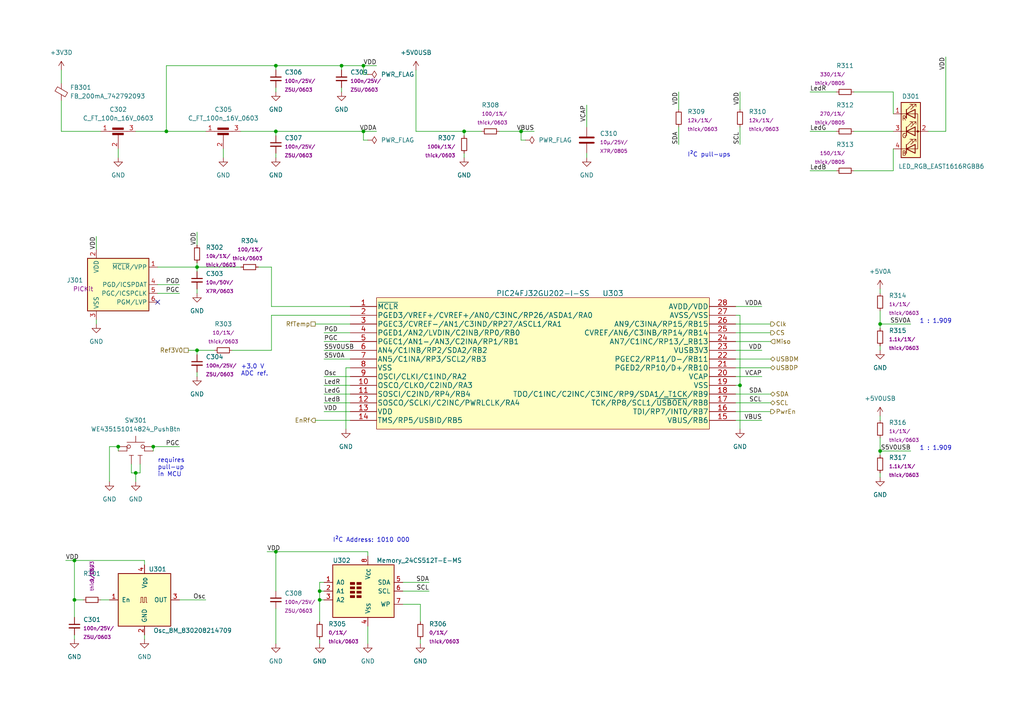
<source format=kicad_sch>
(kicad_sch (version 20211123) (generator eeschema)
  (paper "A4")
  (title_block (title "Powermeter") (date "2022-04-09") (rev "2") (company "apfau.de") (comment 1 "Microcontroller"))
  (lib_symbols
    (symbol ".commodities:C_100n_25V_Z5U_0603_small" (pin_numbers hide) (pin_names (offset 0.254) hide)
      (property "Reference" "C" (at 0.254 1.778 0))
      (property "Params" "100n/25V/" (at 0.635 -1.27 0))
      (property "Params2" "Z5U/0603" (at 0.635 -2.54 0))
      (symbol "C_100n_25V_Z5U_0603_small_0_1"
        (polyline (pts (xy -1.524 -0.508) (xy 1.524 -0.508)) (stroke (width 0.3302)))
        (polyline (pts (xy -1.524 0.508) (xy 1.524 0.508)) (stroke (width 0.3048)))
      )
      (symbol "C_100n_25V_Z5U_0603_small_1_1"
        (pin passive line (at 0 2.54 270) (length 2.032) (name "~") (number "1"))
        (pin passive line (at 0 -2.54 90) (length 2.032) (name "~") (number "2"))
      )
    )
    (symbol ".commodities:C_10n_50V_X7R_0603_small" (pin_numbers hide) (pin_names (offset 0.254) hide)
      (property "Reference" "C" (at 0.254 1.778 0))
      (property "Params" "10n/50V/" (at 0.635 -1.27 0))
      (property "Params2" "X7R/0603" (at 0.635 -2.54 0))
      (symbol "C_10n_50V_X7R_0603_small_0_1"
        (polyline (pts (xy -1.524 -0.508) (xy 1.524 -0.508)) (stroke (width 0.3302)))
        (polyline (pts (xy -1.524 0.508) (xy 1.524 0.508)) (stroke (width 0.3048)))
      )
      (symbol "C_10n_50V_X7R_0603_small_1_1"
        (pin passive line (at 0 2.54 270) (length 2.032) (name "~") (number "1"))
        (pin passive line (at 0 -2.54 90) (length 2.032) (name "~") (number "2"))
      )
    )
    (symbol ".commodities:C_10µ_25V_X7R_0805" (pin_numbers hide) (pin_names (offset 0.254))
      (property "Reference" "C" (at 0.635 2.54 0))
      (property "Params" "10µ/25V/" (at 0.635 -1.905 0))
      (property "Params2" "X7R/0805" (at 0.635 -3.175 0))
      (symbol "C_10µ_25V_X7R_0805_0_1"
        (polyline (pts (xy -2.032 -0.762) (xy 2.032 -0.762)) (stroke (width 0.508)))
        (polyline (pts (xy -2.032 0.762) (xy 2.032 0.762)) (stroke (width 0.508)))
      )
      (symbol "C_10µ_25V_X7R_0805_1_1"
        (pin passive line (at 0 3.81 270) (length 2.794) (name "~") (number "1"))
        (pin passive line (at 0 -3.81 90) (length 2.794) (name "~") (number "2"))
      )
    )
    (symbol ".commodities:R_0_1P_thick_0603_small" (pin_numbers hide) (pin_names (offset 0.254) hide)
      (property "Reference" "R" (at 0.762 0.508 0))
      (property "Params" "0/1%/" (at 1.27 -0.635 0))
      (property "Params2" "thick/0603" (at 1.27 -1.905 0))
      (symbol "R_0_1P_thick_0603_small_0_1"
        (rectangle (start -0.762 1.778) (end 0.762 -1.778) (stroke (width 0.2032)))
      )
      (symbol "R_0_1P_thick_0603_small_1_1"
        (pin passive line (at 0 2.54 270) (length 0.762) (name "~") (number "1"))
        (pin passive line (at 0 -2.54 90) (length 0.762) (name "~") (number "2"))
      )
    )
    (symbol ".commodities:R_100_1P_thick_0603_small" (pin_numbers hide) (pin_names (offset 0.254) hide)
      (property "Reference" "R" (at 0.762 0.508 0))
      (property "Params" "100/1%/" (at 1.27 -0.635 0))
      (property "Params2" "thick/0603" (at 1.27 -1.905 0))
      (symbol "R_100_1P_thick_0603_small_0_1"
        (rectangle (start -0.762 1.778) (end 0.762 -1.778) (stroke (width 0.2032)))
      )
      (symbol "R_100_1P_thick_0603_small_1_1"
        (pin passive line (at 0 2.54 270) (length 0.762) (name "~") (number "1"))
        (pin passive line (at 0 -2.54 90) (length 0.762) (name "~") (number "2"))
      )
    )
    (symbol ".commodities:R_100k_1P_thick_0603_small" (pin_numbers hide) (pin_names (offset 0.254) hide)
      (property "Reference" "R" (at 0.762 0.508 0))
      (property "Params" "100k/1%/" (at 1.27 -0.635 0))
      (property "Params2" "thick/0603" (at 1.27 -1.905 0))
      (symbol "R_100k_1P_thick_0603_small_0_1"
        (rectangle (start -0.762 1.778) (end 0.762 -1.778) (stroke (width 0.2032)))
      )
      (symbol "R_100k_1P_thick_0603_small_1_1"
        (pin passive line (at 0 2.54 270) (length 0.762) (name "~") (number "1"))
        (pin passive line (at 0 -2.54 90) (length 0.762) (name "~") (number "2"))
      )
    )
    (symbol ".commodities:R_10_1P_thick_0603_small" (pin_numbers hide) (pin_names (offset 0.254) hide)
      (property "Reference" "R" (at 0.762 0.508 0))
      (property "Params" "10/1%/" (at 1.27 -0.635 0))
      (property "Params2" "thick/0603" (at 1.27 -1.905 0))
      (symbol "R_10_1P_thick_0603_small_0_1"
        (rectangle (start -0.762 1.778) (end 0.762 -1.778) (stroke (width 0.2032)))
      )
      (symbol "R_10_1P_thick_0603_small_1_1"
        (pin passive line (at 0 2.54 270) (length 0.762) (name "~") (number "1"))
        (pin passive line (at 0 -2.54 90) (length 0.762) (name "~") (number "2"))
      )
    )
    (symbol ".commodities:R_10k_1P_thick_0603_small" (pin_numbers hide) (pin_names (offset 0.254) hide)
      (property "Reference" "R" (at 0.762 0.508 0))
      (property "Params" "10k/1%/" (at 1.27 -0.635 0))
      (property "Params2" "thick/0603" (at 1.27 -1.905 0))
      (symbol "R_10k_1P_thick_0603_small_0_1"
        (rectangle (start -0.762 1.778) (end 0.762 -1.778) (stroke (width 0.2032)))
      )
      (symbol "R_10k_1P_thick_0603_small_1_1"
        (pin passive line (at 0 2.54 270) (length 0.762) (name "~") (number "1"))
        (pin passive line (at 0 -2.54 90) (length 0.762) (name "~") (number "2"))
      )
    )
    (symbol ".commodities:R_12k_1P_thick_0603_small" (pin_numbers hide) (pin_names (offset 0.254) hide)
      (property "Reference" "R" (at 0.762 0.508 0))
      (property "Params" "12k/1%/" (at 1.27 -0.635 0))
      (property "Params2" "thick/0603" (at 1.27 -1.905 0))
      (symbol "R_12k_1P_thick_0603_small_0_1"
        (rectangle (start -0.762 1.778) (end 0.762 -1.778) (stroke (width 0.2032)))
      )
      (symbol "R_12k_1P_thick_0603_small_1_1"
        (pin passive line (at 0 2.54 270) (length 0.762) (name "~") (number "1"))
        (pin passive line (at 0 -2.54 90) (length 0.762) (name "~") (number "2"))
      )
    )
    (symbol ".commodities:R_150_1P_thick_0805_small" (pin_numbers hide) (pin_names (offset 0.254) hide)
      (property "Reference" "R" (at 0.762 0.508 0))
      (property "Params" "150/1%/" (at 1.27 -0.635 0))
      (property "Params2" "thick/0805" (at 1.27 -1.905 0))
      (symbol "R_150_1P_thick_0805_small_0_1"
        (rectangle (start -0.762 1.778) (end 0.762 -1.778) (stroke (width 0.2032)))
      )
      (symbol "R_150_1P_thick_0805_small_1_1"
        (pin passive line (at 0 2.54 270) (length 0.762) (name "~") (number "1"))
        (pin passive line (at 0 -2.54 90) (length 0.762) (name "~") (number "2"))
      )
    )
    (symbol ".commodities:R_1k1_1P_thick_0603_small" (pin_numbers hide) (pin_names (offset 0.254) hide)
      (property "Reference" "R" (at 0.762 0.508 0))
      (property "Params" "1.1k/1%/" (at 1.27 -0.635 0))
      (property "Params2" "thick/0603" (at 1.27 -1.905 0))
      (symbol "R_1k1_1P_thick_0603_small_0_1"
        (rectangle (start -0.762 1.778) (end 0.762 -1.778) (stroke (width 0.2032)))
      )
      (symbol "R_1k1_1P_thick_0603_small_1_1"
        (pin passive line (at 0 2.54 270) (length 0.762) (name "~") (number "1"))
        (pin passive line (at 0 -2.54 90) (length 0.762) (name "~") (number "2"))
      )
    )
    (symbol ".commodities:R_1k_1P_thick_0603_small" (pin_numbers hide) (pin_names (offset 0.254) hide)
      (property "Reference" "R" (at 0.762 0.508 0))
      (property "Params" "1k/1%/" (at 1.27 -0.635 0))
      (property "Params2" "thick/0603" (at 1.27 -1.905 0))
      (symbol "R_1k_1P_thick_0603_small_0_1"
        (rectangle (start -0.762 1.778) (end 0.762 -1.778) (stroke (width 0.2032)))
      )
      (symbol "R_1k_1P_thick_0603_small_1_1"
        (pin passive line (at 0 2.54 270) (length 0.762) (name "~") (number "1"))
        (pin passive line (at 0 -2.54 90) (length 0.762) (name "~") (number "2"))
      )
    )
    (symbol ".commodities:R_270_1P_thick_0805_small" (pin_numbers hide) (pin_names (offset 0.254) hide)
      (property "Reference" "R" (at 0.762 0.508 0))
      (property "Params" "270/1%/" (at 1.27 -0.635 0))
      (property "Params2" "thick/0805" (at 1.27 -1.905 0))
      (symbol "R_270_1P_thick_0805_small_0_1"
        (rectangle (start -0.762 1.778) (end 0.762 -1.778) (stroke (width 0.2032)))
      )
      (symbol "R_270_1P_thick_0805_small_1_1"
        (pin passive line (at 0 2.54 270) (length 0.762) (name "~") (number "1"))
        (pin passive line (at 0 -2.54 90) (length 0.762) (name "~") (number "2"))
      )
    )
    (symbol ".commodities:R_330_1P_thick_0805_small" (pin_numbers hide) (pin_names (offset 0.254) hide)
      (property "Reference" "R" (at 0.762 0.508 0))
      (property "Params" "330/1%/" (at 1.27 -0.635 0))
      (property "Params2" "thick/0805" (at 1.27 -1.905 0))
      (symbol "R_330_1P_thick_0805_small_0_1"
        (rectangle (start -0.762 1.778) (end 0.762 -1.778) (stroke (width 0.2032)))
      )
      (symbol "R_330_1P_thick_0805_small_1_1"
        (pin passive line (at 0 2.54 270) (length 0.762) (name "~") (number "1"))
        (pin passive line (at 0 -2.54 90) (length 0.762) (name "~") (number "2"))
      )
    )
    (symbol ".powermeter:+3V3D" (power) (pin_names (offset 0))
      (property "Value" "+3V3D" (at 0 3.556 0))
      (symbol "+3V3D_0_1"
        (polyline (pts (xy -0.762 1.27) (xy 0 2.54)))
        (polyline (pts (xy 0 0) (xy 0 2.54)))
        (polyline (pts (xy 0 2.54) (xy 0.762 1.27)))
      )
      (symbol "+3V3D_1_1"
        (pin power_in line (at 0 0 90) (length 0) hide (name "+3V3D") (number "1"))
      )
    )
    (symbol ".powermeter:+5V0A" (power) (pin_names (offset 0))
      (property "Value" "+5V0A" (at 0 3.556 0))
      (symbol "+5V0A_0_1"
        (polyline (pts (xy -0.762 1.27) (xy 0 2.54)))
        (polyline (pts (xy 0 0) (xy 0 2.54)))
        (polyline (pts (xy 0 2.54) (xy 0.762 1.27)))
      )
      (symbol "+5V0A_1_1"
        (pin power_in line (at 0 0 90) (length 0) hide (name "+5V0A") (number "1"))
      )
    )
    (symbol ".powermeter:+5V0USB" (power) (pin_names (offset 0))
      (property "Value" "+5V0USB" (at 0 3.556 0))
      (symbol "+5V0USB_0_1"
        (polyline (pts (xy -0.762 1.27) (xy 0 2.54)))
        (polyline (pts (xy 0 0) (xy 0 2.54)))
        (polyline (pts (xy 0 2.54) (xy 0.762 1.27)))
      )
      (symbol "+5V0USB_1_1"
        (pin power_in line (at 0 0 90) (length 0) hide (name "+5V0USB") (number "1"))
      )
    )
    (symbol ".powermeter:C_FT_100n_16V_0603" (pin_names (offset 0.254) hide)
      (property "Reference" "C" (at 0 7.62 0))
      (property "Value" "C_FT_100n_16V_0603" (at 0 5.715 0))
      (symbol "C_FT_100n_16V_0603_0_1"
        (rectangle (start -1.651 1.524) (end 1.524 2.032) (fill (type outline)))
        (polyline (pts (xy -2.54 2.54) (xy 2.54 2.54)))
        (polyline (pts (xy 0 0) (xy 0 1.778)))
        (rectangle (start 1.524 3.048) (end -1.651 3.556) (fill (type outline)))
      )
      (symbol "C_FT_100n_16V_0603_1_1"
        (pin passive line (at -5.08 2.54 0) (length 2.54) (name "1") (number "1"))
        (pin passive line (at 0 -2.54 90) (length 2.54) (name "2") (number "2"))
        (pin passive line (at 5.08 2.54 180) (length 2.54) (name "3") (number "3"))
      )
    )
    (symbol ".powermeter:Conn_PICkit_1.27mm"
      (property "Reference" "J" (at 6.35 8.89 0))
      (property "Params" "PICKit" (at 0 -8.89 0))
      (symbol "Conn_PICkit_1.27mm_0_1"
        (rectangle (start -7.62 7.62) (end 10.16 -7.62) (stroke (width 0.254)) (fill (type background)))
      )
      (symbol "Conn_PICkit_1.27mm_1_1"
        (pin passive line (at 12.7 5.08 180) (length 2.54) (name "~{MCLR}/VPP") (number "1"))
        (pin passive line (at -5.08 10.16 270) (length 2.54) (name "VDD") (number "2"))
        (pin power_in line (at -5.08 -10.16 90) (length 2.54) (name "VSS") (number "3"))
        (pin bidirectional line (at 12.7 0 180) (length 2.54) (name "PGD/ICSPDAT") (number "4"))
        (pin output line (at 12.7 -2.54 180) (length 2.54) (name "PGC/ICSPCLK") (number "5"))
        (pin output line (at 12.7 -5.08 180) (length 2.54) (name "PGM/LVP") (number "6"))
      )
    )
    (symbol ".powermeter:FB_200mA_742792093" (pin_numbers hide) (pin_names (offset 0))
      (property "Reference" "FB" (at 1.905 1.27 0))
      (property "Value" "FB_200mA_742792093" (at 1.905 -1.27 0))
      (symbol "FB_200mA_742792093_0_1"
        (polyline (pts (xy 0 -1.27) (xy 0 -0.7874)))
        (polyline (pts (xy 0 0.889) (xy 0 1.2954)))
        (polyline (pts (xy -1.8288 0.2794) (xy -1.1176 1.4986) (xy 1.8288 -0.2032) (xy 1.1176 -1.4224) (xy -1.8288 0.2794)))
      )
      (symbol "FB_200mA_742792093_1_1"
        (pin passive line (at 0 2.54 270) (length 1.27) (name "~") (number "1"))
        (pin passive line (at 0 -2.54 90) (length 1.27) (name "~") (number "2"))
      )
    )
    (symbol ".powermeter:LED_RGB_EAST1616RGBB6" (pin_names (offset 0) hide)
      (property "Reference" "D" (at 0 9.398 0))
      (property "Value" "LED_RGB_EAST1616RGBB6" (at 0 -8.89 0))
      (symbol "LED_RGB_EAST1616RGBB6_0_0"
        (text "B" (at -1.905 -6.35 0) (effects (font (size 1.27 1.27))))
        (text "G" (at -1.905 -1.27 0) (effects (font (size 1.27 1.27))))
        (text "R" (at -1.905 3.81 0) (effects (font (size 1.27 1.27))))
      )
      (symbol "LED_RGB_EAST1616RGBB6_0_1"
        (polyline (pts (xy -1.27 -5.08) (xy -2.54 -5.08)))
        (polyline (pts (xy -1.27 -5.08) (xy 1.27 -5.08)))
        (polyline (pts (xy -1.27 -3.81) (xy -1.27 -6.35)) (stroke (width 0.254)))
        (polyline (pts (xy -1.27 0) (xy -2.54 0)))
        (polyline (pts (xy -1.27 1.27) (xy -1.27 -1.27)) (stroke (width 0.254)))
        (polyline (pts (xy -1.27 5.08) (xy -2.54 5.08)))
        (polyline (pts (xy -1.27 5.08) (xy 1.27 5.08)))
        (polyline (pts (xy -1.27 6.35) (xy -1.27 3.81)) (stroke (width 0.254)))
        (polyline (pts (xy 1.27 0) (xy -1.27 0)))
        (polyline (pts (xy 1.27 0) (xy 2.54 0)))
        (polyline (pts (xy -1.27 1.27) (xy -1.27 -1.27) (xy -1.27 -1.27)))
        (polyline (pts (xy -1.27 6.35) (xy -1.27 3.81) (xy -1.27 3.81)))
        (polyline (pts (xy 1.27 -5.08) (xy 2.032 -5.08) (xy 2.032 5.08) (xy 1.27 5.08)))
        (polyline (pts (xy 1.27 -3.81) (xy 1.27 -6.35) (xy -1.27 -5.08) (xy 1.27 -3.81)) (stroke (width 0.254)))
        (polyline (pts (xy 1.27 1.27) (xy 1.27 -1.27) (xy -1.27 0) (xy 1.27 1.27)) (stroke (width 0.254)))
        (polyline (pts (xy 1.27 6.35) (xy 1.27 3.81) (xy -1.27 5.08) (xy 1.27 6.35)) (stroke (width 0.254)))
        (polyline (pts (xy -1.016 -3.81) (xy 0.508 -2.286) (xy -0.254 -2.286) (xy 0.508 -2.286) (xy 0.508 -3.048)))
        (polyline (pts (xy -1.016 1.27) (xy 0.508 2.794) (xy -0.254 2.794) (xy 0.508 2.794) (xy 0.508 2.032)))
        (polyline (pts (xy -1.016 6.35) (xy 0.508 7.874) (xy -0.254 7.874) (xy 0.508 7.874) (xy 0.508 7.112)))
        (polyline (pts (xy 0 -3.81) (xy 1.524 -2.286) (xy 0.762 -2.286) (xy 1.524 -2.286) (xy 1.524 -3.048)))
        (polyline (pts (xy 0 1.27) (xy 1.524 2.794) (xy 0.762 2.794) (xy 1.524 2.794) (xy 1.524 2.032)))
        (polyline (pts (xy 0 6.35) (xy 1.524 7.874) (xy 0.762 7.874) (xy 1.524 7.874) (xy 1.524 7.112)))
        (rectangle (start 1.27 -1.27) (end 1.27 1.27))
        (rectangle (start 1.27 1.27) (end 1.27 1.27))
        (rectangle (start 1.27 3.81) (end 1.27 6.35))
        (rectangle (start 1.27 6.35) (end 1.27 6.35))
        (circle (center 2.032 0) (radius 0.254) (fill (type outline)))
        (rectangle (start 2.794 8.382) (end -2.794 -7.62) (stroke (width 0.254)) (fill (type background)))
      )
      (symbol "LED_RGB_EAST1616RGBB6_1_1"
        (pin passive line (at -5.08 5.08 0) (length 2.54) (name "RK") (number "1"))
        (pin passive line (at 5.08 0 180) (length 2.54) (name "A") (number "2"))
        (pin passive line (at -5.08 0 0) (length 2.54) (name "GK") (number "3"))
        (pin passive line (at -5.08 -5.08 0) (length 2.54) (name "BK") (number "4"))
      )
    )
    (symbol ".powermeter:Memory_24CS512T-E-MS" (pin_names (offset 1.016))
      (property "Reference" "U" (at 2.54 8.89 0))
      (property "Value" "Memory_24CS512T-E-MS" (at -8.89 -10.16 0))
      (symbol "Memory_24CS512T-E-MS_0_1"
        (rectangle (start -10.16 7.62) (end 7.62 -7.62) (stroke (width 0.254)) (fill (type background)))
        (rectangle (start -5.08 -1.27) (end -3.81 -1.905) (fill (type outline)))
        (rectangle (start -5.08 0) (end -3.81 -0.635) (fill (type outline)))
        (rectangle (start -5.08 1.27) (end -3.81 0.635) (fill (type outline)))
        (rectangle (start -5.08 2.54) (end -3.81 1.905) (fill (type outline)))
        (rectangle (start -3.175 -1.27) (end -1.905 -1.905) (fill (type outline)))
        (rectangle (start -3.175 0) (end -1.905 -0.635) (fill (type outline)))
        (rectangle (start -3.175 1.27) (end -1.905 0.635) (fill (type outline)))
        (rectangle (start -3.175 2.54) (end -1.905 1.905) (fill (type outline)))
      )
      (symbol "Memory_24CS512T-E-MS_1_1"
        (pin input line (at -12.7 2.54 0) (length 2.54) (name "A0") (number "1"))
        (pin input line (at -12.7 0 0) (length 2.54) (name "A1") (number "2"))
        (pin input line (at -12.7 -2.54 0) (length 2.54) (name "A2") (number "3"))
        (pin power_in line (at 0 -10.16 90) (length 2.54) (name "V_{SS}") (number "4"))
        (pin open_collector line (at 10.16 2.54 180) (length 2.54) (name "SDA") (number "5"))
        (pin open_collector line (at 10.16 0 180) (length 2.54) (name "SCL") (number "6"))
        (pin input line (at 10.16 -3.81 180) (length 2.54) (name "WP") (number "7"))
        (pin power_in line (at 0 10.16 270) (length 2.54) (name "V_{CC}") (number "8"))
      )
    )
    (symbol ".powermeter:Osc_8M_830208214709" (pin_names (offset 1.016))
      (property "Reference" "U" (at 5.08 8.89 0))
      (property "Value" "Osc_8M_830208214709" (at 2.54 -8.89 0))
      (symbol "Osc_8M_830208214709_1_1"
        (rectangle (start -7.62 7.62) (end 7.62 -7.62) (stroke (width 0.254)) (fill (type background)))
        (polyline (pts (xy -1.27 -0.762) (xy -1.016 -0.762) (xy -1.016 0.762) (xy -0.508 0.762) (xy -0.508 -0.762) (xy 0 -0.762) (xy 0 0.762) (xy 0.508 0.762) (xy 0.508 -0.762) (xy 0.762 -0.762)))
        (pin input line (at -10.16 0 0) (length 2.54) (name "En") (number "1"))
        (pin power_in line (at 0 -10.16 90) (length 2.54) (name "GND") (number "2"))
        (pin output line (at 10.16 0 180) (length 2.54) (name "OUT") (number "3"))
        (pin power_in line (at 0 10.16 270) (length 2.54) (name "V_{DD}") (number "4"))
      )
    )
    (symbol ".powermeter:PIC24FJ32GU202-I-SS" (pin_names (offset 0.254))
      (property "Reference" "U303" (at 21.59 19.05 0))
      (property "Value" "PIC24FJ32GU202-I-SS" (at 1.27 19.05 0))
      (symbol "PIC24FJ32GU202-I-SS_0_1"
        (rectangle (start -46.99 17.78) (end 49.53 -20.32) (fill (type background)))
      )
      (symbol "PIC24FJ32GU202-I-SS_1_1"
        (pin input line (at -54.61 15.24 0) (length 7.62) (name "~{MCLR}") (number "1"))
        (pin bidirectional line (at -54.61 -7.62 0) (length 7.62) (name "OSCO/CLKO/C2IND/RA3") (number "10"))
        (pin bidirectional line (at -54.61 -10.16 0) (length 7.62) (name "SOSCI/C2IND/RP4/RB4") (number "11"))
        (pin bidirectional line (at -54.61 -12.7 0) (length 7.62) (name "SOSCO/SCLKI/C2INC/PWRLCLK/RA4") (number "12"))
        (pin power_in line (at -54.61 -15.24 0) (length 7.62) (name "VDD") (number "13"))
        (pin bidirectional line (at -54.61 -17.78 0) (length 7.62) (name "TMS/RP5/USBID/RB5") (number "14"))
        (pin passive line (at 57.15 -17.78 180) (length 7.62) (name "VBUS/RB6") (number "15"))
        (pin bidirectional line (at 57.15 -15.24 180) (length 7.62) (name "TDI/RP7/INT0/RB7") (number "16"))
        (pin bidirectional line (at 57.15 -12.7 180) (length 7.62) (name "TCK/RP8/SCL1/~{USBOEN}/RB8") (number "17"))
        (pin bidirectional line (at 57.15 -10.16 180) (length 7.62) (name "TDO/C1INC/C2INC/C3INC/RP9/SDA1/_T1CK/RB9") (number "18"))
        (pin power_in line (at 57.15 -7.62 180) (length 7.62) (name "VSS") (number "19"))
        (pin bidirectional line (at -54.61 12.7 0) (length 7.62) (name "PGED3/VREF+/CVREF+/AN0/C3INC/RP26/ASDA1/RA0") (number "2"))
        (pin passive line (at 57.15 -5.08 180) (length 7.62) (name "VCAP") (number "20"))
        (pin bidirectional line (at 57.15 -2.54 180) (length 7.62) (name "PGED2/RP10/D+/RB10") (number "21"))
        (pin bidirectional line (at 57.15 0 180) (length 7.62) (name "PGEC2/RP11/D-/RB11") (number "22"))
        (pin power_in line (at 57.15 2.54 180) (length 7.62) (name "VUSB3V3") (number "23"))
        (pin bidirectional line (at 57.15 5.08 180) (length 7.62) (name "AN7/C1INC/RP13/_RB13") (number "24"))
        (pin bidirectional line (at 57.15 7.62 180) (length 7.62) (name "CVREF/AN6/C3INB/RP14/RB14") (number "25"))
        (pin bidirectional line (at 57.15 10.16 180) (length 7.62) (name "AN9/C3INA/RP15/RB15") (number "26"))
        (pin power_in line (at 57.15 12.7 180) (length 7.62) (name "AVSS/VSS") (number "27"))
        (pin power_in line (at 57.15 15.24 180) (length 7.62) (name "AVDD/VDD") (number "28"))
        (pin bidirectional line (at -54.61 10.16 0) (length 7.62) (name "PGEC3/CVREF-/AN1/C3IND/RP27/ASCL1/RA1") (number "3"))
        (pin bidirectional line (at -54.61 7.62 0) (length 7.62) (name "PGED1/AN2/LVDIN/C2INB/RP0/RB0") (number "4"))
        (pin bidirectional line (at -54.61 5.08 0) (length 7.62) (name "PGEC1/AN1-/AN3/C2INA/RP1/RB1") (number "5"))
        (pin bidirectional line (at -54.61 2.54 0) (length 7.62) (name "AN4/C1INB/RP2/SDA2/RB2") (number "6"))
        (pin bidirectional line (at -54.61 0 0) (length 7.62) (name "AN5/C1INA/RP3/SCL2/RB3") (number "7"))
        (pin power_in line (at -54.61 -2.54 0) (length 7.62) (name "VSS") (number "8"))
        (pin bidirectional line (at -54.61 -5.08 0) (length 7.62) (name "OSCI/CLKI/C1IND/RA2") (number "9"))
      )
    )
    (symbol ".powermeter:WE435151014824_PushBtn" (pin_numbers hide) (pin_names (offset 1.016) hide)
      (property "Reference" "SW" (at 1.27 2.54 0))
      (property "Value" "WE435151014824_PushBtn" (at 0 -3.81 0))
      (symbol "WE435151014824_PushBtn_0_1"
        (circle (center -2.032 0) (radius 0.508))
        (polyline (pts (xy -2.54 -1.27) (xy -2.54 0)))
        (polyline (pts (xy -1.905 -2.54) (xy -0.635 -2.54)))
        (polyline (pts (xy 0 1.27) (xy 0 3.048)))
        (polyline (pts (xy 0.635 -2.54) (xy 1.905 -2.54)))
        (polyline (pts (xy 2.54 -1.27) (xy 2.54 0)))
        (polyline (pts (xy 2.54 1.27) (xy -2.54 1.27)))
        (circle (center 2.032 0) (radius 0.508))
        (pin passive line (at -5.08 -1.27 0) (length 2.54) (name "A") (number "1"))
        (pin passive line (at 5.08 -1.27 180) (length 2.54) (name "B") (number "2"))
        (pin passive line (at -5.08 0 0) (length 2.54) (name "A") (number "3"))
        (pin passive line (at 5.08 0 180) (length 2.54) (name "B") (number "4"))
        (pin passive line (at -1.27 -5.08 90) (length 2.54) (name "GND") (number "5"))
        (pin passive line (at 1.27 -5.08 90) (length 2.54) (name "GND") (number "6"))
      )
    )
    (symbol "power:GND" (power) (pin_names (offset 0))
      (property "Value" "GND" (at 0 -3.81 0))
      (symbol "GND_0_1"
        (polyline (pts (xy 0 0) (xy 0 -1.27) (xy 1.27 -1.27) (xy 0 -2.54) (xy -1.27 -1.27) (xy 0 -1.27)))
      )
      (symbol "GND_1_1"
        (pin power_in line (at 0 0 270) (length 0) hide (name "GND") (number "1"))
      )
    )
    (symbol "power:PWR_FLAG" (power) (pin_numbers hide) (pin_names (offset 0) hide)
      (property "Value" "PWR_FLAG" (at 0 3.81 0))
      (symbol "PWR_FLAG_0_0"
        (pin power_out line (at 0 0 90) (length 0) (name "pwr") (number "1"))
      )
      (symbol "PWR_FLAG_0_1"
        (polyline (pts (xy 0 0) (xy 0 1.27) (xy -1.016 1.905) (xy 0 2.54) (xy 1.016 1.905) (xy 0 1.27)))
      )
    )
  )
  (junction (at 57.15 77.47))
  (junction (at 80.01 19.05))
  (junction (at 34.29 129.54))
  (junction (at 21.59 173.99))
  (junction (at 44.45 129.54))
  (junction (at 57.15 101.6))
  (junction (at 105.41 19.05))
  (junction (at 151.13 38.1))
  (junction (at 255.27 93.98))
  (junction (at 99.06 19.05))
  (junction (at 214.63 111.76))
  (junction (at 105.41 38.1))
  (junction (at 134.62 38.1))
  (junction (at 92.71 173.99))
  (junction (at 255.27 130.81))
  (junction (at 80.01 38.1))
  (junction (at 39.37 137.16))
  (junction (at 80.01 160.02))
  (junction (at 21.59 162.56))
  (junction (at 92.71 171.45))
  (junction (at 48.26 38.1))
  (no_connect (at 45.72 87.63))
  (wire (pts (xy 17.78 38.1) (xy 29.21 38.1)))
  (wire (pts (xy 255.27 130.81) (xy 264.16 130.81)))
  (wire (pts (xy 59.69 173.99) (xy 52.07 173.99)))
  (wire (pts (xy 223.52 96.52) (xy 213.36 96.52)))
  (wire (pts (xy 17.78 20.32) (xy 17.78 24.13)))
  (wire (pts (xy 93.98 119.38) (xy 101.6 119.38)))
  (wire (pts (xy 269.24 38.1) (xy 274.32 38.1)))
  (wire (pts (xy 54.61 101.6) (xy 57.15 101.6)))
  (wire (pts (xy 255.27 100.33) (xy 255.27 101.6)))
  (wire (pts (xy 101.6 96.52) (xy 93.98 96.52)))
  (wire (pts (xy 106.68 181.61) (xy 106.68 186.69)))
  (wire (pts (xy 45.72 85.09) (xy 52.07 85.09)))
  (wire (pts (xy 39.37 38.1) (xy 48.26 38.1)))
  (wire (pts (xy 21.59 173.99) (xy 24.13 173.99)))
  (wire (pts (xy 213.36 101.6) (xy 220.98 101.6)))
  (wire (pts (xy 120.65 38.1) (xy 120.65 20.32)))
  (wire (pts (xy 259.08 49.53) (xy 259.08 43.18)))
  (wire (pts (xy 48.26 19.05) (xy 80.01 19.05)))
  (wire (pts (xy 80.01 19.05) (xy 80.01 20.32)))
  (wire (pts (xy 57.15 101.6) (xy 62.23 101.6)))
  (wire (pts (xy 21.59 184.15) (xy 21.59 185.42)))
  (wire (pts (xy 44.45 129.54) (xy 52.07 129.54)))
  (wire (pts (xy 92.71 168.91) (xy 93.98 168.91)))
  (wire (pts (xy 196.85 26.67) (xy 196.85 31.75)))
  (wire (pts (xy 134.62 38.1) (xy 134.62 39.37)))
  (wire (pts (xy 223.52 93.98) (xy 213.36 93.98)))
  (wire (pts (xy 64.77 43.18) (xy 64.77 45.72)))
  (wire (pts (xy 214.63 124.46) (xy 214.63 111.76)))
  (wire (pts (xy 105.41 38.1) (xy 109.22 38.1)))
  (wire (pts (xy 41.91 162.56) (xy 41.91 163.83)))
  (wire (pts (xy 57.15 67.31) (xy 57.15 71.12)))
  (wire (pts (xy 78.74 88.9) (xy 101.6 88.9)))
  (wire (pts (xy 19.05 162.56) (xy 21.59 162.56)))
  (wire (pts (xy 213.36 114.3) (xy 223.52 114.3)))
  (wire (pts (xy 78.74 101.6) (xy 78.74 91.44)))
  (wire (pts (xy 121.92 185.42) (xy 121.92 186.69)))
  (wire (pts (xy 21.59 162.56) (xy 41.91 162.56)))
  (wire (pts (xy 101.6 111.76) (xy 93.98 111.76)))
  (wire (pts (xy 80.01 19.05) (xy 99.06 19.05)))
  (wire (pts (xy 99.06 19.05) (xy 99.06 20.32)))
  (wire (pts (xy 144.78 38.1) (xy 151.13 38.1)))
  (wire (pts (xy 223.52 99.06) (xy 213.36 99.06)))
  (wire (pts (xy 214.63 111.76) (xy 213.36 111.76)))
  (wire (pts (xy 213.36 91.44) (xy 214.63 91.44)))
  (wire (pts (xy 57.15 83.82) (xy 57.15 85.09)))
  (wire (pts (xy 80.01 25.4) (xy 80.01 26.67)))
  (wire (pts (xy 124.46 171.45) (xy 116.84 171.45)))
  (wire (pts (xy 80.01 44.45) (xy 80.01 45.72)))
  (wire (pts (xy 27.94 92.71) (xy 27.94 93.98)))
  (wire (pts (xy 234.95 26.67) (xy 242.57 26.67)))
  (wire (pts (xy 213.36 104.14) (xy 223.52 104.14)))
  (wire (pts (xy 213.36 119.38) (xy 223.52 119.38)))
  (wire (pts (xy 80.01 38.1) (xy 80.01 39.37)))
  (wire (pts (xy 213.36 116.84) (xy 223.52 116.84)))
  (wire (pts (xy 67.31 101.6) (xy 78.74 101.6)))
  (wire (pts (xy 39.37 137.16) (xy 39.37 139.7)))
  (wire (pts (xy 99.06 19.05) (xy 105.41 19.05)))
  (wire (pts (xy 101.6 114.3) (xy 93.98 114.3)))
  (wire (pts (xy 220.98 121.92) (xy 213.36 121.92)))
  (wire (pts (xy 106.68 40.64) (xy 105.41 40.64)))
  (wire (pts (xy 21.59 173.99) (xy 21.59 179.07)))
  (wire (pts (xy 139.7 38.1) (xy 134.62 38.1)))
  (wire (pts (xy 121.92 175.26) (xy 121.92 180.34)))
  (wire (pts (xy 48.26 38.1) (xy 48.26 19.05)))
  (wire (pts (xy 21.59 162.56) (xy 21.59 173.99)))
  (wire (pts (xy 31.75 139.7) (xy 31.75 129.54)))
  (wire (pts (xy 17.78 29.21) (xy 17.78 38.1)))
  (wire (pts (xy 93.98 99.06) (xy 101.6 99.06)))
  (wire (pts (xy 152.4 40.64) (xy 151.13 40.64)))
  (wire (pts (xy 255.27 93.98) (xy 255.27 95.25)))
  (wire (pts (xy 106.68 21.59) (xy 105.41 21.59)))
  (wire (pts (xy 34.29 129.54) (xy 34.29 130.81)))
  (wire (pts (xy 255.27 137.16) (xy 255.27 138.43)))
  (wire (pts (xy 151.13 40.64) (xy 151.13 38.1)))
  (wire (pts (xy 105.41 19.05) (xy 109.22 19.05)))
  (wire (pts (xy 134.62 38.1) (xy 120.65 38.1)))
  (wire (pts (xy 29.21 173.99) (xy 31.75 173.99)))
  (wire (pts (xy 77.47 160.02) (xy 80.01 160.02)))
  (wire (pts (xy 69.85 38.1) (xy 80.01 38.1)))
  (wire (pts (xy 34.29 43.18) (xy 34.29 45.72)))
  (wire (pts (xy 259.08 26.67) (xy 259.08 33.02)))
  (wire (pts (xy 45.72 77.47) (xy 57.15 77.47)))
  (wire (pts (xy 170.18 44.45) (xy 170.18 45.72)))
  (wire (pts (xy 39.37 137.16) (xy 40.64 137.16)))
  (wire (pts (xy 99.06 25.4) (xy 99.06 26.67)))
  (wire (pts (xy 92.71 180.34) (xy 92.71 173.99)))
  (wire (pts (xy 93.98 104.14) (xy 101.6 104.14)))
  (wire (pts (xy 255.27 130.81) (xy 255.27 132.08)))
  (wire (pts (xy 106.68 160.02) (xy 106.68 161.29)))
  (wire (pts (xy 121.92 175.26) (xy 116.84 175.26)))
  (wire (pts (xy 57.15 77.47) (xy 69.85 77.47)))
  (wire (pts (xy 92.71 173.99) (xy 92.71 171.45)))
  (wire (pts (xy 220.98 109.22) (xy 213.36 109.22)))
  (wire (pts (xy 255.27 83.82) (xy 255.27 85.09)))
  (wire (pts (xy 91.44 121.92) (xy 101.6 121.92)))
  (wire (pts (xy 80.01 160.02) (xy 80.01 171.45)))
  (wire (pts (xy 134.62 44.45) (xy 134.62 45.72)))
  (wire (pts (xy 57.15 107.95) (xy 57.15 109.22)))
  (wire (pts (xy 38.1 134.62) (xy 38.1 137.16)))
  (wire (pts (xy 274.32 16.51) (xy 274.32 38.1)))
  (wire (pts (xy 214.63 26.67) (xy 214.63 31.75)))
  (wire (pts (xy 27.94 68.58) (xy 27.94 72.39)))
  (wire (pts (xy 92.71 185.42) (xy 92.71 186.69)))
  (wire (pts (xy 78.74 91.44) (xy 101.6 91.44)))
  (wire (pts (xy 80.01 176.53) (xy 80.01 186.69)))
  (wire (pts (xy 170.18 30.48) (xy 170.18 36.83)))
  (wire (pts (xy 78.74 77.47) (xy 74.93 77.47)))
  (wire (pts (xy 214.63 36.83) (xy 214.63 41.91)))
  (wire (pts (xy 92.71 171.45) (xy 92.71 168.91)))
  (wire (pts (xy 92.71 171.45) (xy 93.98 171.45)))
  (wire (pts (xy 40.64 137.16) (xy 40.64 134.62)))
  (wire (pts (xy 234.95 38.1) (xy 242.57 38.1)))
  (wire (pts (xy 213.36 106.68) (xy 223.52 106.68)))
  (wire (pts (xy 100.33 124.46) (xy 100.33 106.68)))
  (wire (pts (xy 220.98 88.9) (xy 213.36 88.9)))
  (wire (pts (xy 247.65 38.1) (xy 259.08 38.1)))
  (wire (pts (xy 78.74 77.47) (xy 78.74 88.9)))
  (wire (pts (xy 105.41 19.05) (xy 105.41 21.59)))
  (wire (pts (xy 247.65 49.53) (xy 259.08 49.53)))
  (wire (pts (xy 48.26 38.1) (xy 59.69 38.1)))
  (wire (pts (xy 57.15 77.47) (xy 57.15 78.74)))
  (wire (pts (xy 80.01 38.1) (xy 105.41 38.1)))
  (wire (pts (xy 80.01 160.02) (xy 106.68 160.02)))
  (wire (pts (xy 255.27 90.17) (xy 255.27 93.98)))
  (wire (pts (xy 255.27 120.65) (xy 255.27 121.92)))
  (wire (pts (xy 105.41 40.64) (xy 105.41 38.1)))
  (wire (pts (xy 57.15 76.2) (xy 57.15 77.47)))
  (wire (pts (xy 31.75 129.54) (xy 34.29 129.54)))
  (wire (pts (xy 101.6 116.84) (xy 93.98 116.84)))
  (wire (pts (xy 154.94 38.1) (xy 151.13 38.1)))
  (wire (pts (xy 93.98 101.6) (xy 101.6 101.6)))
  (wire (pts (xy 92.71 173.99) (xy 93.98 173.99)))
  (wire (pts (xy 255.27 127) (xy 255.27 130.81)))
  (wire (pts (xy 44.45 129.54) (xy 44.45 130.81)))
  (wire (pts (xy 234.95 49.53) (xy 242.57 49.53)))
  (wire (pts (xy 255.27 93.98) (xy 264.16 93.98)))
  (wire (pts (xy 100.33 106.68) (xy 101.6 106.68)))
  (wire (pts (xy 38.1 137.16) (xy 39.37 137.16)))
  (wire (pts (xy 93.98 109.22) (xy 101.6 109.22)))
  (wire (pts (xy 57.15 101.6) (xy 57.15 102.87)))
  (wire (pts (xy 45.72 82.55) (xy 52.07 82.55)))
  (wire (pts (xy 196.85 36.83) (xy 196.85 41.91)))
  (wire (pts (xy 247.65 26.67) (xy 259.08 26.67)))
  (wire (pts (xy 91.44 93.98) (xy 101.6 93.98)))
  (wire (pts (xy 124.46 168.91) (xy 116.84 168.91)))
  (wire (pts (xy 41.91 184.15) (xy 41.91 185.42)))
  (wire (pts (xy 214.63 91.44) (xy 214.63 111.76)))
  (text "1 : 1.909" (at 266.7 93.98 0) (effects (font (size 1.27 1.27)) (justify left bottom)))
  (text "+3.0 V\nADC ref." (at 69.85 109.22 0) (effects (font (size 1.27 1.27)) (justify left bottom)))
  (text "1 : 1.909" (at 266.7 130.81 0) (effects (font (size 1.27 1.27)) (justify left bottom)))
  (text "requires\npull-up\nin MCU" (at 45.72 138.43 0) (effects (font (size 1.27 1.27)) (justify left bottom)))
  (text "I²C Address: 1010 000" (at 96.52 157.48 0) (effects (font (size 1.27 1.27)) (justify left bottom)))
  (text "I²C pull-ups" (at 199.39 45.72 0) (effects (font (size 1.27 1.27)) (justify left bottom)))
  (label "VDDA" (at 109.22 38.1 180))
  (label "VDD" (at 19.05 162.56 0))
  (label "VDD" (at 109.22 19.05 180))
  (label "S5V0USB" (at 264.16 130.81 180))
  (label "VDD" (at 214.63 26.67 270))
  (label "VDD" (at 220.98 101.6 180))
  (label "S5V0A" (at 264.16 93.98 180))
  (label "PGD" (at 52.07 82.55 180))
  (label "Osc" (at 93.98 109.22 0))
  (label "VBUS" (at 220.98 121.92 180))
  (label "S5V0USB" (at 93.98 101.6 0))
  (label "PGD" (at 93.98 96.52 0))
  (label "VDD" (at 57.15 67.31 270))
  (label "VBUS" (at 154.94 38.1 180))
  (label "VDD" (at 27.94 68.58 270))
  (label "PGC" (at 52.07 129.54 180))
  (label "SCL" (at 124.46 171.45 180))
  (label "VDDA" (at 220.98 88.9 180))
  (label "PGC" (at 52.07 85.09 180))
  (label "LedB" (at 234.95 49.53 0))
  (label "LedG" (at 93.98 114.3 0))
  (label "LedB" (at 93.98 116.84 0))
  (label "VCAP" (at 220.98 109.22 180))
  (label "SCL" (at 214.63 41.91 90))
  (label "VDD" (at 77.47 160.02 0))
  (label "SDA" (at 220.98 114.3 180))
  (label "PGC" (at 93.98 99.06 0))
  (label "LedG" (at 234.95 38.1 0))
  (label "SDA" (at 196.85 41.91 90))
  (label "Osc" (at 59.69 173.99 180))
  (label "S5V0A" (at 93.98 104.14 0))
  (label "VDD" (at 274.32 16.51 270))
  (label "VDD" (at 196.85 26.67 270))
  (label "SDA" (at 124.46 168.91 180))
  (label "SCL" (at 220.98 116.84 180))
  (label "VDD" (at 93.98 119.38 0))
  (label "VCAP" (at 170.18 30.48 270))
  (label "LedR" (at 234.95 26.67 0))
  (label "LedR" (at 93.98 111.76 0))
  (hierarchical_label "SDA" (shape bidirectional) (at 223.52 114.3 0))
  (hierarchical_label "EnRf" (shape output) (at 91.44 121.92 180))
  (hierarchical_label "Miso" (shape input) (at 223.52 99.06 0))
  (hierarchical_label "USBDP" (shape bidirectional) (at 223.52 106.68 0))
  (hierarchical_label "RfTemp" (shape passive) (at 91.44 93.98 180))
  (hierarchical_label "CS" (shape output) (at 223.52 96.52 0))
  (hierarchical_label "PwrEn" (shape output) (at 223.52 119.38 0))
  (hierarchical_label "Ref3V0" (shape passive) (at 54.61 101.6 180))
  (hierarchical_label "USBDM" (shape bidirectional) (at 223.52 104.14 0))
  (hierarchical_label "Clk" (shape output) (at 223.52 93.98 0))
  (hierarchical_label "SCL" (shape bidirectional) (at 223.52 116.84 0))
  (symbol (lib_id "power:GND") (at 106.68 186.69 0) (unit 1)
    (property "Reference" "#PWR0317" (effects hide))
    (property "Value" "GND" (at 106.68 191.77 0))
  )
  (symbol (lib_id ".powermeter:Memory_24CS512T-E-MS") (at 106.68 171.45 0) (unit 1)
    (property "Reference" "U302" (at 96.52 162.56 0) (effects (justify left)))
    (property "Value" "Memory_24CS512T-E-MS" (at 109.22 162.56 0) (effects (justify left)))
    (property "Footprint" "Package_SO:SSOP-8_2.95x2.8mm_P0.65mm" (effects hide))
    (property "Datasheet" "https://www.microchip.com/en-us/product/24CS512" (effects hide))
  )
  (symbol (lib_id ".commodities:R_150_1P_thick_0805_small") (at 245.11 49.53 90) (unit 1)
    (property "Reference" "R313" (at 245.11 41.91 90))
    (property "Value" "R_150_1P_thick_0805_small" (effects hide))
    (property "Footprint" "Resistor_SMD:R_0805_2012Metric" (effects hide))
    (property "Params" "150/1%/" (at 245.11 44.45 90) (effects (font (size 1.016 1.016)) (justify left)))
    (property "Params2" "thick/0805" (at 245.11 46.99 90) (effects (font (size 1.016 1.016)) (justify left)))
  )
  (symbol (lib_id ".commodities:R_100_1P_thick_0603_small") (at 72.39 77.47 90) (unit 1)
    (property "Reference" "R304" (at 72.39 69.85 90))
    (property "Value" "R_100_1P_thick_0603_small" (effects hide))
    (property "Footprint" "Resistor_SMD:R_0603_1608Metric" (effects hide))
    (property "Params" "100/1%/" (at 76.2 72.39 90) (effects (font (size 1.016 1.016)) (justify left)))
    (property "Params2" "thick/0603" (at 76.2 74.93 90) (effects (font (size 1.016 1.016)) (justify left)))
  )
  (symbol (lib_id ".powermeter:LED_RGB_EAST1616RGBB6") (at 264.16 38.1 0) (unit 1)
    (property "Reference" "D301" (at 264.16 27.94 0))
    (property "Value" "LED_RGB_EAST1616RGBB6" (at 273.05 48.26 0))
    (property "Footprint" ".powermeter:EAST1616RGBB6" (effects hide))
    (property "Datasheet" "https://everlightamericas.com/index.php?controller=attachment&id_attachment=3305" (effects hide))
  )
  (symbol (lib_id ".powermeter:FB_200mA_742792093") (at 17.78 26.67 0) (unit 1)
    (property "Reference" "FB301" (at 20.32 25.3618 0) (effects (justify left)))
    (property "Value" "FB_200mA_742792093" (at 20.32 27.9018 0) (effects (justify left)))
    (property "Footprint" "Capacitor_SMD:C_0805_2012Metric" (effects hide))
    (property "Datasheet" "https://www.we-online.com/katalog/datasheet/742792093.pdf" (effects hide))
  )
  (symbol (lib_id "power:GND") (at 99.06 26.67 0) (unit 1)
    (property "Reference" "#PWR0315" (effects hide))
    (property "Value" "GND" (at 99.06 31.75 0))
  )
  (symbol (lib_id ".commodities:R_330_1P_thick_0805_small") (at 245.11 26.67 90) (unit 1)
    (property "Reference" "R311" (at 245.11 19.05 90))
    (property "Value" "R_330_1P_thick_0805_small" (effects hide))
    (property "Footprint" "Resistor_SMD:R_0805_2012Metric" (effects hide))
    (property "Params" "330/1%/" (at 245.11 21.59 90) (effects (font (size 1.016 1.016)) (justify left)))
    (property "Params2" "thick/0805" (at 245.11 24.13 90) (effects (font (size 1.016 1.016)) (justify left)))
  )
  (symbol (lib_id ".commodities:C_10µ_25V_X7R_0805") (at 170.18 40.64 0) (unit 1)
    (property "Reference" "C310" (at 173.99 38.7349 0) (effects (justify left)))
    (property "Value" "C_10µ_25V_X7R_0805" (effects hide))
    (property "Footprint" "Capacitor_SMD:C_0805_2012Metric" (effects hide))
    (property "Params" "10µ/25V/" (at 173.99 41.275 0) (effects (font (size 1.016 1.016)) (justify left)))
    (property "Params2" "X7R/0805" (at 173.99 43.815 0) (effects (font (size 1.016 1.016)) (justify left)))
  )
  (symbol (lib_id ".powermeter:C_FT_100n_16V_0603") (at 64.77 40.64 0) (unit 1)
    (property "Reference" "C305" (at 64.77 31.75 0))
    (property "Value" "C_FT_100n_16V_0603" (at 64.77 34.29 0))
    (property "Footprint" ".powermeter:C_Feedthru_0603" (effects hide))
    (property "Datasheet" "https://search.murata.co.jp/Ceramy/image/img/A01X/G101/ENG/NFM18PC104R1C3-01.pdf" (effects hide))
  )
  (symbol (lib_id ".commodities:R_0_1P_thick_0603_small") (at 26.67 173.99 90) (unit 1)
    (property "Reference" "R301" (at 26.67 166.37 90))
    (property "Value" "R_0_1P_thick_0603_small" (effects hide))
    (property "Footprint" "Resistor_SMD:R_0603_1608Metric" (effects hide))
    (property "Params" "0/1%/" (at 26.67 168.91 0) (effects (font (size 1.016 1.016)) (justify left)))
    (property "Params2" "thick/0603" (at 26.67 171.45 0) (effects (font (size 1.016 1.016)) (justify left)))
  )
  (symbol (lib_id ".powermeter:PIC24FJ32GU202-I-SS") (at 156.21 104.14 0) (unit 1)
    (property "Reference" "U303" (at 177.8 85.09 0) (effects (font (size 1.524 1.524))))
    (property "Value" "PIC24FJ32GU202-I-SS" (at 157.48 85.09 0) (effects (font (size 1.524 1.524))))
    (property "Footprint" ".powermeter:PIC24FJ32GU202-I-SS" (effects hide))
    (property "Datasheet" "https://www.microchip.com/en-us/product/PIC24FJ32GU202" (effects hide))
  )
  (symbol (lib_id "power:GND") (at 21.59 185.42 0) (unit 1)
    (property "Reference" "#PWR0302" (effects hide))
    (property "Value" "GND" (at 21.59 190.5 0))
  )
  (symbol (lib_id ".commodities:R_0_1P_thick_0603_small") (at 121.92 182.88 0) (unit 1)
    (property "Reference" "R306" (at 124.46 180.9749 0) (effects (justify left)))
    (property "Value" "R_0_1P_thick_0603_small" (effects hide))
    (property "Footprint" "Resistor_SMD:R_0603_1608Metric" (effects hide))
    (property "Params" "0/1%/" (at 124.46 183.515 0) (effects (font (size 1.016 1.016)) (justify left)))
    (property "Params2" "thick/0603" (at 124.46 186.055 0) (effects (font (size 1.016 1.016)) (justify left)))
  )
  (symbol (lib_id "power:GND") (at 57.15 85.09 0) (unit 1)
    (property "Reference" "#PWR0308" (effects hide))
    (property "Value" "GND" (at 57.15 90.17 0))
  )
  (symbol (lib_id ".powermeter:+5V0A") (at 255.27 83.82 0) (unit 1)
    (property "Reference" "#PWR0323" (effects hide))
    (property "Value" "+5V0A" (at 255.27 78.74 0))
  )
  (symbol (lib_id ".commodities:R_1k1_1P_thick_0603_small") (at 255.27 97.79 0) (unit 1)
    (property "Reference" "R315" (at 257.81 95.8849 0) (effects (justify left)))
    (property "Value" "R_1k1_1P_thick_0603_small" (effects hide))
    (property "Footprint" "Resistor_SMD:R_0603_1608Metric" (effects hide))
    (property "Params" "1.1k/1%/" (at 257.81 98.425 0) (effects (font (size 1.016 1.016)) (justify left)))
    (property "Params2" "thick/0603" (at 257.81 100.965 0) (effects (font (size 1.016 1.016)) (justify left)))
  )
  (symbol (lib_id "power:GND") (at 27.94 93.98 0) (unit 1)
    (property "Reference" "#PWR0303" (effects hide))
    (property "Value" "GND" (at 27.94 99.06 0))
  )
  (symbol (lib_id ".powermeter:+3V3D") (at 17.78 20.32 0) (unit 1)
    (property "Reference" "#PWR0301" (effects hide))
    (property "Value" "+3V3D" (at 17.78 15.24 0))
  )
  (symbol (lib_id "power:GND") (at 255.27 101.6 0) (unit 1)
    (property "Reference" "#PWR0324" (effects hide))
    (property "Value" "GND" (at 255.27 106.68 0))
  )
  (symbol (lib_id ".commodities:R_1k_1P_thick_0603_small") (at 255.27 87.63 0) (unit 1)
    (property "Reference" "R314" (at 257.81 85.7249 0) (effects (justify left)))
    (property "Value" "R_1k_1P_thick_0603_small" (effects hide))
    (property "Footprint" "Resistor_SMD:R_0603_1608Metric" (effects hide))
    (property "Params" "1k/1%/" (at 257.81 88.265 0) (effects (font (size 1.016 1.016)) (justify left)))
    (property "Params2" "thick/0603" (at 257.81 90.805 0) (effects (font (size 1.016 1.016)) (justify left)))
  )
  (symbol (lib_id "power:GND") (at 41.91 185.42 0) (unit 1)
    (property "Reference" "#PWR0307" (effects hide))
    (property "Value" "GND" (at 41.91 190.5 0))
  )
  (symbol (lib_id ".commodities:R_100_1P_thick_0603_small") (at 142.24 38.1 270) (mirror x) (unit 1)
    (property "Reference" "R308" (at 142.24 30.48 90))
    (property "Value" "R_100_1P_thick_0603_small" (effects hide))
    (property "Footprint" "Resistor_SMD:R_0603_1608Metric" (effects hide))
    (property "Params" "100/1%/" (at 139.7 33.02 90) (effects (font (size 1.016 1.016)) (justify left)))
    (property "Params2" "thick/0603" (at 138.43 35.56 90) (effects (font (size 1.016 1.016)) (justify left)))
  )
  (symbol (lib_id ".commodities:C_10n_50V_X7R_0603_small") (at 57.15 81.28 0) (unit 1)
    (property "Reference" "C303" (at 59.69 79.3812 0) (effects (justify left)))
    (property "Value" "C_10n_50V_X7R_0603_small" (effects hide))
    (property "Footprint" "Capacitor_SMD:C_0603_1608Metric" (effects hide))
    (property "Params" "10n/50V/" (at 59.69 81.9213 0) (effects (font (size 1.016 1.016)) (justify left)))
    (property "Params2" "X7R/0603" (at 59.69 84.4613 0) (effects (font (size 1.016 1.016)) (justify left)))
  )
  (symbol (lib_id "power:GND") (at 100.33 124.46 0) (unit 1)
    (property "Reference" "#PWR0316" (effects hide))
    (property "Value" "GND" (at 100.33 129.54 0))
  )
  (symbol (lib_id "power:GND") (at 31.75 139.7 0) (unit 1)
    (property "Reference" "#PWR0304" (effects hide))
    (property "Value" "GND" (at 31.75 144.78 0))
  )
  (symbol (lib_id "power:GND") (at 57.15 109.22 0) (unit 1)
    (property "Reference" "#PWR0309" (effects hide))
    (property "Value" "GND" (at 57.15 114.3 0))
  )
  (symbol (lib_id "power:PWR_FLAG") (at 106.68 21.59 270) (unit 1)
    (property "Reference" "#FLG0301" (effects hide))
    (property "Value" "PWR_FLAG" (at 110.49 21.5899 90) (effects (justify left)))
  )
  (symbol (lib_id ".commodities:R_10_1P_thick_0603_small") (at 64.77 101.6 90) (unit 1)
    (property "Reference" "R303" (at 64.77 93.98 90))
    (property "Value" "R_10_1P_thick_0603_small" (effects hide))
    (property "Footprint" "Resistor_SMD:R_0603_1608Metric" (effects hide))
    (property "Params" "10/1%/" (at 64.77 96.52 90) (effects (font (size 1.016 1.016))))
    (property "Params2" "thick/0603" (at 64.77 99.06 90) (effects (font (size 1.016 1.016))))
  )
  (symbol (lib_id ".powermeter:+5V0USB") (at 255.27 120.65 0) (unit 1)
    (property "Reference" "#PWR0325" (effects hide))
    (property "Value" "+5V0USB" (at 255.27 115.57 0))
  )
  (symbol (lib_id ".powermeter:Conn_PICkit_1.27mm") (at 33.02 82.55 0) (unit 1)
    (property "Reference" "J301" (at 24.13 81.2799 0) (effects (justify right)))
    (property "Value" "Conn_PICkit_1.27mm" (effects hide))
    (property "Footprint" ".powermeter:Conn_PICkit_1.27mm" (effects hide))
    (property "Datasheet" "http://ww1.microchip.com/downloads/en/devicedoc/30277d.pdf" (effects hide))
    (property "Params" "PICKit" (at 24.13 83.8199 0))
  )
  (symbol (lib_id ".commodities:R_1k_1P_thick_0603_small") (at 255.27 124.46 0) (unit 1)
    (property "Reference" "R316" (at 257.81 122.5549 0) (effects (justify left)))
    (property "Value" "R_1k_1P_thick_0603_small" (effects hide))
    (property "Footprint" "Resistor_SMD:R_0603_1608Metric" (effects hide))
    (property "Params" "1k/1%/" (at 257.81 125.095 0) (effects (font (size 1.016 1.016)) (justify left)))
    (property "Params2" "thick/0603" (at 257.81 127.635 0) (effects (font (size 1.016 1.016)) (justify left)))
  )
  (symbol (lib_id ".commodities:R_10k_1P_thick_0603_small") (at 57.15 73.66 0) (unit 1)
    (property "Reference" "R302" (at 59.69 71.7549 0) (effects (justify left)))
    (property "Value" "R_10k_1P_thick_0603_small" (effects hide))
    (property "Footprint" "Resistor_SMD:R_0603_1608Metric" (effects hide))
    (property "Params" "10k/1%/" (at 59.69 74.295 0) (effects (font (size 1.016 1.016)) (justify left)))
    (property "Params2" "thick/0603" (at 59.69 76.835 0) (effects (font (size 1.016 1.016)) (justify left)))
  )
  (symbol (lib_id "power:GND") (at 121.92 186.69 0) (unit 1)
    (property "Reference" "#PWR0319" (effects hide))
    (property "Value" "GND" (at 121.92 191.77 0))
  )
  (symbol (lib_id "power:GND") (at 92.71 186.69 0) (unit 1)
    (property "Reference" "#PWR0314" (effects hide))
    (property "Value" "GND" (at 92.71 191.77 0))
  )
  (symbol (lib_id ".commodities:C_100n_25V_Z5U_0603_small") (at 57.15 105.41 0) (unit 1)
    (property "Reference" "C304" (at 59.69 103.5112 0) (effects (justify left)))
    (property "Value" "C_100n_25V_Z5U_0603_small" (effects hide))
    (property "Footprint" "Capacitor_SMD:C_0603_1608Metric" (effects hide))
    (property "Params" "100n/25V/" (at 59.69 106.0513 0) (effects (font (size 1.016 1.016)) (justify left)))
    (property "Params2" "Z5U/0603" (at 59.69 108.5913 0) (effects (font (size 1.016 1.016)) (justify left)))
  )
  (symbol (lib_id "power:GND") (at 34.29 45.72 0) (unit 1)
    (property "Reference" "#PWR0305" (effects hide))
    (property "Value" "GND" (at 34.29 50.8 0))
  )
  (symbol (lib_id ".commodities:R_0_1P_thick_0603_small") (at 92.71 182.88 0) (unit 1)
    (property "Reference" "R305" (at 95.25 180.9749 0) (effects (justify left)))
    (property "Value" "R_0_1P_thick_0603_small" (effects hide))
    (property "Footprint" "Resistor_SMD:R_0603_1608Metric" (effects hide))
    (property "Params" "0/1%/" (at 95.25 183.515 0) (effects (font (size 1.016 1.016)) (justify left)))
    (property "Params2" "thick/0603" (at 95.25 186.055 0) (effects (font (size 1.016 1.016)) (justify left)))
  )
  (symbol (lib_id ".powermeter:WE435151014824_PushBtn") (at 39.37 129.54 0) (unit 1)
    (property "Reference" "SW301" (at 39.37 121.92 0))
    (property "Value" "WE435151014824_PushBtn" (at 39.37 124.46 0))
    (property "Footprint" ".powermeter:WE435151014824" (effects hide))
    (property "Datasheet" "https://www.we-online.com/catalog/datasheet/435151014824.pdf" (effects hide))
  )
  (symbol (lib_id "power:GND") (at 255.27 138.43 0) (unit 1)
    (property "Reference" "#PWR0326" (effects hide))
    (property "Value" "GND" (at 255.27 143.51 0))
  )
  (symbol (lib_id ".commodities:C_100n_25V_Z5U_0603_small") (at 99.06 22.86 0) (unit 1)
    (property "Reference" "C309" (at 101.6 20.9612 0) (effects (justify left)))
    (property "Value" "C_100n_25V_Z5U_0603_small" (effects hide))
    (property "Footprint" "Capacitor_SMD:C_0603_1608Metric" (effects hide))
    (property "Params" "100n/25V/" (at 101.6 23.5013 0) (effects (font (size 1.016 1.016)) (justify left)))
    (property "Params2" "Z5U/0603" (at 101.6 26.0413 0) (effects (font (size 1.016 1.016)) (justify left)))
  )
  (symbol (lib_id ".commodities:C_100n_25V_Z5U_0603_small") (at 80.01 173.99 0) (unit 1)
    (property "Reference" "C308" (at 82.55 172.0912 0) (effects (justify left)))
    (property "Value" "C_100n_25V_Z5U_0603_small" (effects hide))
    (property "Footprint" "Capacitor_SMD:C_0603_1608Metric" (effects hide))
    (property "Params" "100n/25V/" (at 82.55 174.6313 0) (effects (font (size 1.016 1.016)) (justify left)))
    (property "Params2" "Z5U/0603" (at 82.55 177.1713 0) (effects (font (size 1.016 1.016)) (justify left)))
  )
  (symbol (lib_id "power:GND") (at 134.62 45.72 0) (unit 1)
    (property "Reference" "#PWR0320" (effects hide))
    (property "Value" "GND" (at 134.62 50.8 0))
  )
  (symbol (lib_id ".commodities:R_270_1P_thick_0805_small") (at 245.11 38.1 90) (unit 1)
    (property "Reference" "R312" (at 245.11 30.48 90))
    (property "Value" "R_270_1P_thick_0805_small" (effects hide))
    (property "Footprint" "Resistor_SMD:R_0805_2012Metric" (effects hide))
    (property "Params" "270/1%/" (at 245.11 33.02 90) (effects (font (size 1.016 1.016)) (justify left)))
    (property "Params2" "thick/0805" (at 245.11 35.56 90) (effects (font (size 1.016 1.016)) (justify left)))
  )
  (symbol (lib_id "power:GND") (at 214.63 124.46 0) (unit 1)
    (property "Reference" "#PWR0322" (effects hide))
    (property "Value" "GND" (at 214.63 129.54 0))
  )
  (symbol (lib_id ".commodities:R_12k_1P_thick_0603_small") (at 196.85 34.29 0) (unit 1)
    (property "Reference" "R309" (at 199.39 32.3849 0) (effects (justify left)))
    (property "Value" "R_12k_1P_thick_0603_small" (effects hide))
    (property "Footprint" "Resistor_SMD:R_0603_1608Metric" (effects hide))
    (property "Params" "12k/1%/" (at 199.39 34.925 0) (effects (font (size 1.016 1.016)) (justify left)))
    (property "Params2" "thick/0603" (at 199.39 37.465 0) (effects (font (size 1.016 1.016)) (justify left)))
  )
  (symbol (lib_id "power:GND") (at 80.01 186.69 0) (unit 1)
    (property "Reference" "#PWR0313" (effects hide))
    (property "Value" "GND" (at 80.01 191.77 0))
  )
  (symbol (lib_id ".commodities:R_100k_1P_thick_0603_small") (at 134.62 41.91 0) (mirror y) (unit 1)
    (property "Reference" "R307" (at 132.08 40.0049 0) (effects (justify left)))
    (property "Value" "R_100k_1P_thick_0603_small" (effects hide))
    (property "Footprint" "Resistor_SMD:R_0603_1608Metric" (effects hide))
    (property "Params" "100k/1%/" (at 132.08 42.545 0) (effects (font (size 1.016 1.016)) (justify left)))
    (property "Params2" "thick/0603" (at 132.08 45.085 0) (effects (font (size 1.016 1.016)) (justify left)))
  )
  (symbol (lib_id ".commodities:C_100n_25V_Z5U_0603_small") (at 80.01 41.91 0) (unit 1)
    (property "Reference" "C307" (at 82.55 40.0112 0) (effects (justify left)))
    (property "Value" "C_100n_25V_Z5U_0603_small" (effects hide))
    (property "Footprint" "Capacitor_SMD:C_0603_1608Metric" (effects hide))
    (property "Params" "100n/25V/" (at 82.55 42.5513 0) (effects (font (size 1.016 1.016)) (justify left)))
    (property "Params2" "Z5U/0603" (at 82.55 45.0913 0) (effects (font (size 1.016 1.016)) (justify left)))
  )
  (symbol (lib_id ".powermeter:C_FT_100n_16V_0603") (at 34.29 40.64 0) (unit 1)
    (property "Reference" "C302" (at 34.29 31.75 0))
    (property "Value" "C_FT_100n_16V_0603" (at 34.29 34.29 0))
    (property "Footprint" ".powermeter:C_Feedthru_0603" (effects hide))
    (property "Datasheet" "https://search.murata.co.jp/Ceramy/image/img/A01X/G101/ENG/NFM18PC104R1C3-01.pdf" (effects hide))
  )
  (symbol (lib_id ".commodities:R_12k_1P_thick_0603_small") (at 214.63 34.29 0) (unit 1)
    (property "Reference" "R310" (at 217.17 32.3849 0) (effects (justify left)))
    (property "Value" "R_12k_1P_thick_0603_small" (effects hide))
    (property "Footprint" "Resistor_SMD:R_0603_1608Metric" (effects hide))
    (property "Params" "12k/1%/" (at 217.17 34.925 0) (effects (font (size 1.016 1.016)) (justify left)))
    (property "Params2" "thick/0603" (at 217.17 37.465 0) (effects (font (size 1.016 1.016)) (justify left)))
  )
  (symbol (lib_id ".commodities:C_100n_25V_Z5U_0603_small") (at 21.59 181.61 0) (unit 1)
    (property "Reference" "C301" (at 24.13 179.7112 0) (effects (justify left)))
    (property "Value" "C_100n_25V_Z5U_0603_small" (effects hide))
    (property "Footprint" "Capacitor_SMD:C_0603_1608Metric" (effects hide))
    (property "Params" "100n/25V/" (at 24.13 182.2513 0) (effects (font (size 1.016 1.016)) (justify left)))
    (property "Params2" "Z5U/0603" (at 24.13 184.7913 0) (effects (font (size 1.016 1.016)) (justify left)))
  )
  (symbol (lib_id ".commodities:R_1k1_1P_thick_0603_small") (at 255.27 134.62 0) (unit 1)
    (property "Reference" "R317" (at 257.81 132.7149 0) (effects (justify left)))
    (property "Value" "R_1k1_1P_thick_0603_small" (effects hide))
    (property "Footprint" "Resistor_SMD:R_0603_1608Metric" (effects hide))
    (property "Params" "1.1k/1%/" (at 257.81 135.255 0) (effects (font (size 1.016 1.016)) (justify left)))
    (property "Params2" "thick/0603" (at 257.81 137.795 0) (effects (font (size 1.016 1.016)) (justify left)))
  )
  (symbol (lib_id ".commodities:C_100n_25V_Z5U_0603_small") (at 80.01 22.86 0) (unit 1)
    (property "Reference" "C306" (at 82.55 20.9612 0) (effects (justify left)))
    (property "Value" "C_100n_25V_Z5U_0603_small" (effects hide))
    (property "Footprint" "Capacitor_SMD:C_0603_1608Metric" (effects hide))
    (property "Params" "100n/25V/" (at 82.55 23.5013 0) (effects (font (size 1.016 1.016)) (justify left)))
    (property "Params2" "Z5U/0603" (at 82.55 26.0413 0) (effects (font (size 1.016 1.016)) (justify left)))
  )
  (symbol (lib_id "power:GND") (at 80.01 45.72 0) (unit 1)
    (property "Reference" "#PWR0312" (effects hide))
    (property "Value" "GND" (at 80.01 50.8 0))
  )
  (symbol (lib_id "power:GND") (at 64.77 45.72 0) (unit 1)
    (property "Reference" "#PWR0310" (effects hide))
    (property "Value" "GND" (at 64.77 50.8 0))
  )
  (symbol (lib_id "power:PWR_FLAG") (at 152.4 40.64 270) (unit 1)
    (property "Reference" "#FLG0303" (effects hide))
    (property "Value" "PWR_FLAG" (at 156.21 40.6399 90) (effects (justify left)))
  )
  (symbol (lib_id "power:PWR_FLAG") (at 106.68 40.64 270) (unit 1)
    (property "Reference" "#FLG0302" (effects hide))
    (property "Value" "PWR_FLAG" (at 110.49 40.6399 90) (effects (justify left)))
  )
  (symbol (lib_id ".powermeter:+5V0USB") (at 120.65 20.32 0) (mirror y) (unit 1)
    (property "Reference" "#PWR0318" (effects hide))
    (property "Value" "+5V0USB" (at 120.65 15.24 0))
  )
  (symbol (lib_id ".powermeter:Osc_8M_830208214709") (at 41.91 173.99 0) (unit 1)
    (property "Reference" "U301" (at 45.72 165.1 0))
    (property "Value" "Osc_8M_830208214709" (at 55.88 182.88 0))
    (property "Footprint" ".powermeter:Osc_IQD_2.0x1.6mm" (effects hide))
  )
  (symbol (lib_id "power:GND") (at 39.37 139.7 0) (unit 1)
    (property "Reference" "#PWR0306" (effects hide))
    (property "Value" "GND" (at 39.37 144.78 0))
  )
  (symbol (lib_id "power:GND") (at 170.18 45.72 0) (unit 1)
    (property "Reference" "#PWR0321" (effects hide))
    (property "Value" "GND" (at 170.18 50.8 0))
  )
  (symbol (lib_id "power:GND") (at 80.01 26.67 0) (unit 1)
    (property "Reference" "#PWR0311" (effects hide))
    (property "Value" "GND" (at 80.01 31.75 0))
  )
)
</source>
